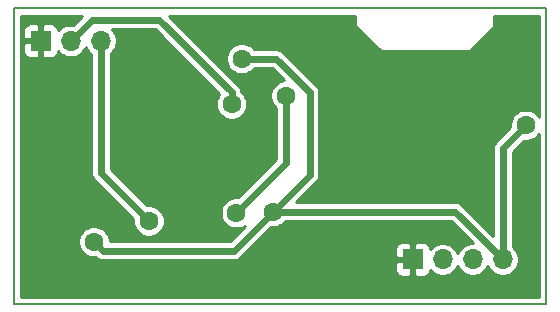
<source format=gbr>
%TF.GenerationSoftware,KiCad,Pcbnew,(5.1.6-0-10_14)*%
%TF.CreationDate,2021-08-08T16:08:56+02:00*%
%TF.ProjectId,doorbell,646f6f72-6265-46c6-9c2e-6b696361645f,rev?*%
%TF.SameCoordinates,PX791ddc0PY3ef1480*%
%TF.FileFunction,Copper,L2,Bot*%
%TF.FilePolarity,Positive*%
%FSLAX46Y46*%
G04 Gerber Fmt 4.6, Leading zero omitted, Abs format (unit mm)*
G04 Created by KiCad (PCBNEW (5.1.6-0-10_14)) date 2021-08-08 16:08:56*
%MOMM*%
%LPD*%
G01*
G04 APERTURE LIST*
%TA.AperFunction,Profile*%
%ADD10C,0.150000*%
%TD*%
%TA.AperFunction,ComponentPad*%
%ADD11R,1.700000X1.700000*%
%TD*%
%TA.AperFunction,ComponentPad*%
%ADD12O,1.700000X1.700000*%
%TD*%
%TA.AperFunction,ViaPad*%
%ADD13C,1.600000*%
%TD*%
%TA.AperFunction,Conductor*%
%ADD14C,0.600000*%
%TD*%
%TA.AperFunction,Conductor*%
%ADD15C,0.254000*%
%TD*%
G04 APERTURE END LIST*
D10*
X0Y0D02*
X0Y25000000D01*
X45000000Y0D02*
X0Y0D01*
X45000000Y25000000D02*
X45000000Y0D01*
X0Y25000000D02*
X45000000Y25000000D01*
D11*
%TO.P,J1,1*%
%TO.N,GND*%
X2250000Y22250000D03*
D12*
%TO.P,J1,2*%
%TO.N,/V+*%
X4790000Y22250000D03*
%TO.P,J1,3*%
%TO.N,VCC*%
X7330000Y22250000D03*
%TD*%
D11*
%TO.P,J2,1*%
%TO.N,GND*%
X33750000Y3750000D03*
D12*
%TO.P,J2,2*%
%TO.N,/Rx*%
X36290000Y3750000D03*
%TO.P,J2,3*%
%TO.N,/Tx*%
X38830000Y3750000D03*
%TO.P,J2,4*%
%TO.N,+3V3*%
X41370000Y3750000D03*
%TD*%
D13*
%TO.N,GND*%
X15900000Y9400000D03*
X23000000Y22500000D03*
X17600000Y13900000D03*
X2000000Y7500000D03*
%TO.N,VCC*%
X11400000Y7000000D03*
%TO.N,+3V3*%
X6750000Y5250000D03*
X21900000Y7800000D03*
X43300000Y15100000D03*
X19250014Y20750000D03*
%TO.N,/V+*%
X18400000Y16900000D03*
%TO.N,/Signal*%
X23000000Y17600000D03*
X18800000Y7700000D03*
%TD*%
D14*
%TO.N,VCC*%
X7330000Y22250000D02*
X7330000Y11070000D01*
X7330000Y11070000D02*
X11400000Y7000000D01*
%TO.N,+3V3*%
X18600000Y4500000D02*
X21900000Y7800000D01*
X7500000Y4500000D02*
X18600000Y4500000D01*
X6750000Y5250000D02*
X7500000Y4500000D01*
X41370000Y3750000D02*
X37320000Y7800000D01*
X37320000Y7800000D02*
X21900000Y7800000D01*
X41370000Y13170000D02*
X41370000Y3750000D01*
X43300000Y15100000D02*
X41370000Y13170000D01*
X21900000Y7800000D02*
X25000000Y10900000D01*
X22131370Y20750000D02*
X19250014Y20750000D01*
X25000000Y17881370D02*
X22131370Y20750000D01*
X25000000Y10900000D02*
X25000000Y17881370D01*
%TO.N,/V+*%
X6590000Y24050000D02*
X4790000Y22250000D01*
X18400000Y17900000D02*
X12250000Y24050000D01*
X12250000Y24050000D02*
X6590000Y24050000D01*
X18400000Y16900000D02*
X18400000Y17900000D01*
%TO.N,/Signal*%
X23000000Y17600000D02*
X23000000Y11900000D01*
X23000000Y11900000D02*
X18800000Y7700000D01*
%TD*%
D15*
%TO.N,GND*%
G36*
X4985530Y23615084D02*
G01*
X4925623Y23627000D01*
X4654377Y23627000D01*
X4388344Y23574083D01*
X4137746Y23470282D01*
X3912213Y23319586D01*
X3733997Y23141370D01*
X3725812Y23224482D01*
X3689502Y23344180D01*
X3630537Y23454494D01*
X3551185Y23551185D01*
X3454494Y23630537D01*
X3344180Y23689502D01*
X3224482Y23725812D01*
X3100000Y23738072D01*
X2535750Y23735000D01*
X2377000Y23576250D01*
X2377000Y22377000D01*
X2397000Y22377000D01*
X2397000Y22123000D01*
X2377000Y22123000D01*
X2377000Y20923750D01*
X2535750Y20765000D01*
X3100000Y20761928D01*
X3224482Y20774188D01*
X3344180Y20810498D01*
X3454494Y20869463D01*
X3551185Y20948815D01*
X3630537Y21045506D01*
X3689502Y21155820D01*
X3725812Y21275518D01*
X3733997Y21358630D01*
X3912213Y21180414D01*
X4137746Y21029718D01*
X4388344Y20925917D01*
X4654377Y20873000D01*
X4925623Y20873000D01*
X5191656Y20925917D01*
X5442254Y21029718D01*
X5667787Y21180414D01*
X5859586Y21372213D01*
X6010282Y21597746D01*
X6060000Y21717776D01*
X6109718Y21597746D01*
X6260414Y21372213D01*
X6452213Y21180414D01*
X6503000Y21146479D01*
X6503001Y11110624D01*
X6499000Y11070000D01*
X6514967Y10907880D01*
X6562256Y10751990D01*
X6639048Y10608321D01*
X6716498Y10513949D01*
X6742395Y10482394D01*
X6773948Y10456499D01*
X10077438Y7153008D01*
X10073000Y7130698D01*
X10073000Y6869302D01*
X10123996Y6612928D01*
X10224028Y6371430D01*
X10369252Y6154087D01*
X10554087Y5969252D01*
X10771430Y5824028D01*
X11012928Y5723996D01*
X11269302Y5673000D01*
X11530698Y5673000D01*
X11787072Y5723996D01*
X12028570Y5824028D01*
X12245913Y5969252D01*
X12430748Y6154087D01*
X12575972Y6371430D01*
X12676004Y6612928D01*
X12727000Y6869302D01*
X12727000Y7130698D01*
X12676004Y7387072D01*
X12575972Y7628570D01*
X12430748Y7845913D01*
X12245913Y8030748D01*
X12028570Y8175972D01*
X11787072Y8276004D01*
X11530698Y8327000D01*
X11269302Y8327000D01*
X11246992Y8322562D01*
X8157000Y11412553D01*
X8157000Y21146479D01*
X8207787Y21180414D01*
X8399586Y21372213D01*
X8550282Y21597746D01*
X8654083Y21848344D01*
X8707000Y22114377D01*
X8707000Y22385623D01*
X8654083Y22651656D01*
X8550282Y22902254D01*
X8399586Y23127787D01*
X8304373Y23223000D01*
X11907447Y23223000D01*
X17376892Y17753553D01*
X17369252Y17745913D01*
X17224028Y17528570D01*
X17123996Y17287072D01*
X17073000Y17030698D01*
X17073000Y16769302D01*
X17123996Y16512928D01*
X17224028Y16271430D01*
X17369252Y16054087D01*
X17554087Y15869252D01*
X17771430Y15724028D01*
X18012928Y15623996D01*
X18269302Y15573000D01*
X18530698Y15573000D01*
X18787072Y15623996D01*
X19028570Y15724028D01*
X19245913Y15869252D01*
X19430748Y16054087D01*
X19575972Y16271430D01*
X19676004Y16512928D01*
X19727000Y16769302D01*
X19727000Y17030698D01*
X19676004Y17287072D01*
X19575972Y17528570D01*
X19430748Y17745913D01*
X19245913Y17930748D01*
X19226709Y17943580D01*
X19215034Y18062120D01*
X19167745Y18218010D01*
X19090952Y18361679D01*
X19090951Y18361681D01*
X19013502Y18456053D01*
X19013496Y18456059D01*
X18987606Y18487606D01*
X18956059Y18513496D01*
X13071553Y24398000D01*
X28873000Y24398000D01*
X28873000Y23500000D01*
X28876081Y23472194D01*
X28883887Y23448553D01*
X28896155Y23426889D01*
X28912414Y23408034D01*
X31012414Y21408034D01*
X31029443Y21394403D01*
X31051399Y21382667D01*
X31075224Y21375440D01*
X31100000Y21373000D01*
X38500000Y21373000D01*
X38524776Y21375440D01*
X38548601Y21382667D01*
X38570557Y21394403D01*
X38589803Y21410197D01*
X40589803Y23410197D01*
X40605597Y23429443D01*
X40617333Y23451399D01*
X40624560Y23475224D01*
X40627000Y23500000D01*
X40627000Y24398000D01*
X44398000Y24398000D01*
X44398000Y15845263D01*
X44330748Y15945913D01*
X44145913Y16130748D01*
X43928570Y16275972D01*
X43687072Y16376004D01*
X43430698Y16427000D01*
X43169302Y16427000D01*
X42912928Y16376004D01*
X42671430Y16275972D01*
X42454087Y16130748D01*
X42269252Y15945913D01*
X42124028Y15728570D01*
X42023996Y15487072D01*
X41973000Y15230698D01*
X41973000Y14969302D01*
X41977438Y14946991D01*
X40813952Y13783505D01*
X40782394Y13757606D01*
X40756498Y13726051D01*
X40679048Y13631679D01*
X40638002Y13554886D01*
X40602255Y13488009D01*
X40554966Y13332119D01*
X40543000Y13210623D01*
X40543000Y13210614D01*
X40539000Y13170000D01*
X40543000Y13129386D01*
X40543001Y5746553D01*
X37933505Y8356048D01*
X37907606Y8387606D01*
X37781679Y8490952D01*
X37638010Y8567745D01*
X37482120Y8615034D01*
X37360624Y8627000D01*
X37360614Y8627000D01*
X37320000Y8631000D01*
X37279386Y8627000D01*
X23896553Y8627000D01*
X25556054Y10286500D01*
X25587606Y10312394D01*
X25642308Y10379048D01*
X25690952Y10438320D01*
X25767744Y10581989D01*
X25767745Y10581990D01*
X25815034Y10737880D01*
X25827000Y10859376D01*
X25827000Y10859385D01*
X25831000Y10899999D01*
X25827000Y10940613D01*
X25827000Y17840760D01*
X25831000Y17881371D01*
X25827000Y17921982D01*
X25827000Y17921994D01*
X25815034Y18043490D01*
X25767745Y18199380D01*
X25690952Y18343049D01*
X25690951Y18343051D01*
X25613502Y18437423D01*
X25613496Y18437429D01*
X25587606Y18468976D01*
X25556059Y18494866D01*
X22744875Y21306048D01*
X22718976Y21337606D01*
X22593049Y21440952D01*
X22449380Y21517745D01*
X22293490Y21565034D01*
X22171994Y21577000D01*
X22171984Y21577000D01*
X22131370Y21581000D01*
X22090756Y21577000D01*
X20293399Y21577000D01*
X20280762Y21595913D01*
X20095927Y21780748D01*
X19878584Y21925972D01*
X19637086Y22026004D01*
X19380712Y22077000D01*
X19119316Y22077000D01*
X18862942Y22026004D01*
X18621444Y21925972D01*
X18404101Y21780748D01*
X18219266Y21595913D01*
X18074042Y21378570D01*
X17974010Y21137072D01*
X17923014Y20880698D01*
X17923014Y20619302D01*
X17974010Y20362928D01*
X18074042Y20121430D01*
X18219266Y19904087D01*
X18404101Y19719252D01*
X18621444Y19574028D01*
X18862942Y19473996D01*
X19119316Y19423000D01*
X19380712Y19423000D01*
X19637086Y19473996D01*
X19878584Y19574028D01*
X20095927Y19719252D01*
X20280762Y19904087D01*
X20293399Y19923000D01*
X21788817Y19923000D01*
X22798833Y18912983D01*
X22612928Y18876004D01*
X22371430Y18775972D01*
X22154087Y18630748D01*
X21969252Y18445913D01*
X21824028Y18228570D01*
X21723996Y17987072D01*
X21673000Y17730698D01*
X21673000Y17469302D01*
X21723996Y17212928D01*
X21824028Y16971430D01*
X21969252Y16754087D01*
X22154087Y16569252D01*
X22173000Y16556615D01*
X22173001Y12242555D01*
X18953009Y9022562D01*
X18930698Y9027000D01*
X18669302Y9027000D01*
X18412928Y8976004D01*
X18171430Y8875972D01*
X17954087Y8730748D01*
X17769252Y8545913D01*
X17624028Y8328570D01*
X17523996Y8087072D01*
X17473000Y7830698D01*
X17473000Y7569302D01*
X17523996Y7312928D01*
X17624028Y7071430D01*
X17769252Y6854087D01*
X17954087Y6669252D01*
X18171430Y6524028D01*
X18412928Y6423996D01*
X18669302Y6373000D01*
X18930698Y6373000D01*
X19187072Y6423996D01*
X19428570Y6524028D01*
X19506638Y6576191D01*
X18257447Y5327000D01*
X8077000Y5327000D01*
X8077000Y5380698D01*
X8026004Y5637072D01*
X7925972Y5878570D01*
X7780748Y6095913D01*
X7595913Y6280748D01*
X7378570Y6425972D01*
X7137072Y6526004D01*
X6880698Y6577000D01*
X6619302Y6577000D01*
X6362928Y6526004D01*
X6121430Y6425972D01*
X5904087Y6280748D01*
X5719252Y6095913D01*
X5574028Y5878570D01*
X5473996Y5637072D01*
X5423000Y5380698D01*
X5423000Y5119302D01*
X5473996Y4862928D01*
X5574028Y4621430D01*
X5719252Y4404087D01*
X5904087Y4219252D01*
X6121430Y4074028D01*
X6362928Y3973996D01*
X6619302Y3923000D01*
X6880698Y3923000D01*
X6900463Y3926932D01*
X6912394Y3912394D01*
X6943947Y3886499D01*
X6943948Y3886498D01*
X7038319Y3809048D01*
X7138407Y3755550D01*
X7181990Y3732255D01*
X7337880Y3684966D01*
X7459376Y3673000D01*
X7459385Y3673000D01*
X7499999Y3669000D01*
X7540613Y3673000D01*
X18559386Y3673000D01*
X18600000Y3669000D01*
X18640614Y3673000D01*
X18640624Y3673000D01*
X18762120Y3684966D01*
X18918010Y3732255D01*
X19061679Y3809048D01*
X19187606Y3912394D01*
X19213505Y3943952D01*
X19869553Y4600000D01*
X32261928Y4600000D01*
X32265000Y4035750D01*
X32423750Y3877000D01*
X33623000Y3877000D01*
X33623000Y5076250D01*
X33464250Y5235000D01*
X32900000Y5238072D01*
X32775518Y5225812D01*
X32655820Y5189502D01*
X32545506Y5130537D01*
X32448815Y5051185D01*
X32369463Y4954494D01*
X32310498Y4844180D01*
X32274188Y4724482D01*
X32261928Y4600000D01*
X19869553Y4600000D01*
X21746992Y6477438D01*
X21769302Y6473000D01*
X22030698Y6473000D01*
X22287072Y6523996D01*
X22528570Y6624028D01*
X22745913Y6769252D01*
X22930748Y6954087D01*
X22943385Y6973000D01*
X36977447Y6973000D01*
X38823446Y5127000D01*
X38694377Y5127000D01*
X38428344Y5074083D01*
X38177746Y4970282D01*
X37952213Y4819586D01*
X37760414Y4627787D01*
X37609718Y4402254D01*
X37560000Y4282224D01*
X37510282Y4402254D01*
X37359586Y4627787D01*
X37167787Y4819586D01*
X36942254Y4970282D01*
X36691656Y5074083D01*
X36425623Y5127000D01*
X36154377Y5127000D01*
X35888344Y5074083D01*
X35637746Y4970282D01*
X35412213Y4819586D01*
X35233997Y4641370D01*
X35225812Y4724482D01*
X35189502Y4844180D01*
X35130537Y4954494D01*
X35051185Y5051185D01*
X34954494Y5130537D01*
X34844180Y5189502D01*
X34724482Y5225812D01*
X34600000Y5238072D01*
X34035750Y5235000D01*
X33877000Y5076250D01*
X33877000Y3877000D01*
X33897000Y3877000D01*
X33897000Y3623000D01*
X33877000Y3623000D01*
X33877000Y2423750D01*
X34035750Y2265000D01*
X34600000Y2261928D01*
X34724482Y2274188D01*
X34844180Y2310498D01*
X34954494Y2369463D01*
X35051185Y2448815D01*
X35130537Y2545506D01*
X35189502Y2655820D01*
X35225812Y2775518D01*
X35233997Y2858630D01*
X35412213Y2680414D01*
X35637746Y2529718D01*
X35888344Y2425917D01*
X36154377Y2373000D01*
X36425623Y2373000D01*
X36691656Y2425917D01*
X36942254Y2529718D01*
X37167787Y2680414D01*
X37359586Y2872213D01*
X37510282Y3097746D01*
X37560000Y3217776D01*
X37609718Y3097746D01*
X37760414Y2872213D01*
X37952213Y2680414D01*
X38177746Y2529718D01*
X38428344Y2425917D01*
X38694377Y2373000D01*
X38965623Y2373000D01*
X39231656Y2425917D01*
X39482254Y2529718D01*
X39707787Y2680414D01*
X39899586Y2872213D01*
X40050282Y3097746D01*
X40100000Y3217776D01*
X40149718Y3097746D01*
X40300414Y2872213D01*
X40492213Y2680414D01*
X40717746Y2529718D01*
X40968344Y2425917D01*
X41234377Y2373000D01*
X41505623Y2373000D01*
X41771656Y2425917D01*
X42022254Y2529718D01*
X42247787Y2680414D01*
X42439586Y2872213D01*
X42590282Y3097746D01*
X42694083Y3348344D01*
X42747000Y3614377D01*
X42747000Y3885623D01*
X42694083Y4151656D01*
X42590282Y4402254D01*
X42439586Y4627787D01*
X42247787Y4819586D01*
X42197000Y4853521D01*
X42197000Y12827447D01*
X43146991Y13777438D01*
X43169302Y13773000D01*
X43430698Y13773000D01*
X43687072Y13823996D01*
X43928570Y13924028D01*
X44145913Y14069252D01*
X44330748Y14254087D01*
X44398000Y14354737D01*
X44398001Y602000D01*
X602000Y602000D01*
X602000Y2900000D01*
X32261928Y2900000D01*
X32274188Y2775518D01*
X32310498Y2655820D01*
X32369463Y2545506D01*
X32448815Y2448815D01*
X32545506Y2369463D01*
X32655820Y2310498D01*
X32775518Y2274188D01*
X32900000Y2261928D01*
X33464250Y2265000D01*
X33623000Y2423750D01*
X33623000Y3623000D01*
X32423750Y3623000D01*
X32265000Y3464250D01*
X32261928Y2900000D01*
X602000Y2900000D01*
X602000Y21400000D01*
X761928Y21400000D01*
X774188Y21275518D01*
X810498Y21155820D01*
X869463Y21045506D01*
X948815Y20948815D01*
X1045506Y20869463D01*
X1155820Y20810498D01*
X1275518Y20774188D01*
X1400000Y20761928D01*
X1964250Y20765000D01*
X2123000Y20923750D01*
X2123000Y22123000D01*
X923750Y22123000D01*
X765000Y21964250D01*
X761928Y21400000D01*
X602000Y21400000D01*
X602000Y23100000D01*
X761928Y23100000D01*
X765000Y22535750D01*
X923750Y22377000D01*
X2123000Y22377000D01*
X2123000Y23576250D01*
X1964250Y23735000D01*
X1400000Y23738072D01*
X1275518Y23725812D01*
X1155820Y23689502D01*
X1045506Y23630537D01*
X948815Y23551185D01*
X869463Y23454494D01*
X810498Y23344180D01*
X774188Y23224482D01*
X761928Y23100000D01*
X602000Y23100000D01*
X602000Y24398000D01*
X5768445Y24398000D01*
X4985530Y23615084D01*
G37*
X4985530Y23615084D02*
X4925623Y23627000D01*
X4654377Y23627000D01*
X4388344Y23574083D01*
X4137746Y23470282D01*
X3912213Y23319586D01*
X3733997Y23141370D01*
X3725812Y23224482D01*
X3689502Y23344180D01*
X3630537Y23454494D01*
X3551185Y23551185D01*
X3454494Y23630537D01*
X3344180Y23689502D01*
X3224482Y23725812D01*
X3100000Y23738072D01*
X2535750Y23735000D01*
X2377000Y23576250D01*
X2377000Y22377000D01*
X2397000Y22377000D01*
X2397000Y22123000D01*
X2377000Y22123000D01*
X2377000Y20923750D01*
X2535750Y20765000D01*
X3100000Y20761928D01*
X3224482Y20774188D01*
X3344180Y20810498D01*
X3454494Y20869463D01*
X3551185Y20948815D01*
X3630537Y21045506D01*
X3689502Y21155820D01*
X3725812Y21275518D01*
X3733997Y21358630D01*
X3912213Y21180414D01*
X4137746Y21029718D01*
X4388344Y20925917D01*
X4654377Y20873000D01*
X4925623Y20873000D01*
X5191656Y20925917D01*
X5442254Y21029718D01*
X5667787Y21180414D01*
X5859586Y21372213D01*
X6010282Y21597746D01*
X6060000Y21717776D01*
X6109718Y21597746D01*
X6260414Y21372213D01*
X6452213Y21180414D01*
X6503000Y21146479D01*
X6503001Y11110624D01*
X6499000Y11070000D01*
X6514967Y10907880D01*
X6562256Y10751990D01*
X6639048Y10608321D01*
X6716498Y10513949D01*
X6742395Y10482394D01*
X6773948Y10456499D01*
X10077438Y7153008D01*
X10073000Y7130698D01*
X10073000Y6869302D01*
X10123996Y6612928D01*
X10224028Y6371430D01*
X10369252Y6154087D01*
X10554087Y5969252D01*
X10771430Y5824028D01*
X11012928Y5723996D01*
X11269302Y5673000D01*
X11530698Y5673000D01*
X11787072Y5723996D01*
X12028570Y5824028D01*
X12245913Y5969252D01*
X12430748Y6154087D01*
X12575972Y6371430D01*
X12676004Y6612928D01*
X12727000Y6869302D01*
X12727000Y7130698D01*
X12676004Y7387072D01*
X12575972Y7628570D01*
X12430748Y7845913D01*
X12245913Y8030748D01*
X12028570Y8175972D01*
X11787072Y8276004D01*
X11530698Y8327000D01*
X11269302Y8327000D01*
X11246992Y8322562D01*
X8157000Y11412553D01*
X8157000Y21146479D01*
X8207787Y21180414D01*
X8399586Y21372213D01*
X8550282Y21597746D01*
X8654083Y21848344D01*
X8707000Y22114377D01*
X8707000Y22385623D01*
X8654083Y22651656D01*
X8550282Y22902254D01*
X8399586Y23127787D01*
X8304373Y23223000D01*
X11907447Y23223000D01*
X17376892Y17753553D01*
X17369252Y17745913D01*
X17224028Y17528570D01*
X17123996Y17287072D01*
X17073000Y17030698D01*
X17073000Y16769302D01*
X17123996Y16512928D01*
X17224028Y16271430D01*
X17369252Y16054087D01*
X17554087Y15869252D01*
X17771430Y15724028D01*
X18012928Y15623996D01*
X18269302Y15573000D01*
X18530698Y15573000D01*
X18787072Y15623996D01*
X19028570Y15724028D01*
X19245913Y15869252D01*
X19430748Y16054087D01*
X19575972Y16271430D01*
X19676004Y16512928D01*
X19727000Y16769302D01*
X19727000Y17030698D01*
X19676004Y17287072D01*
X19575972Y17528570D01*
X19430748Y17745913D01*
X19245913Y17930748D01*
X19226709Y17943580D01*
X19215034Y18062120D01*
X19167745Y18218010D01*
X19090952Y18361679D01*
X19090951Y18361681D01*
X19013502Y18456053D01*
X19013496Y18456059D01*
X18987606Y18487606D01*
X18956059Y18513496D01*
X13071553Y24398000D01*
X28873000Y24398000D01*
X28873000Y23500000D01*
X28876081Y23472194D01*
X28883887Y23448553D01*
X28896155Y23426889D01*
X28912414Y23408034D01*
X31012414Y21408034D01*
X31029443Y21394403D01*
X31051399Y21382667D01*
X31075224Y21375440D01*
X31100000Y21373000D01*
X38500000Y21373000D01*
X38524776Y21375440D01*
X38548601Y21382667D01*
X38570557Y21394403D01*
X38589803Y21410197D01*
X40589803Y23410197D01*
X40605597Y23429443D01*
X40617333Y23451399D01*
X40624560Y23475224D01*
X40627000Y23500000D01*
X40627000Y24398000D01*
X44398000Y24398000D01*
X44398000Y15845263D01*
X44330748Y15945913D01*
X44145913Y16130748D01*
X43928570Y16275972D01*
X43687072Y16376004D01*
X43430698Y16427000D01*
X43169302Y16427000D01*
X42912928Y16376004D01*
X42671430Y16275972D01*
X42454087Y16130748D01*
X42269252Y15945913D01*
X42124028Y15728570D01*
X42023996Y15487072D01*
X41973000Y15230698D01*
X41973000Y14969302D01*
X41977438Y14946991D01*
X40813952Y13783505D01*
X40782394Y13757606D01*
X40756498Y13726051D01*
X40679048Y13631679D01*
X40638002Y13554886D01*
X40602255Y13488009D01*
X40554966Y13332119D01*
X40543000Y13210623D01*
X40543000Y13210614D01*
X40539000Y13170000D01*
X40543000Y13129386D01*
X40543001Y5746553D01*
X37933505Y8356048D01*
X37907606Y8387606D01*
X37781679Y8490952D01*
X37638010Y8567745D01*
X37482120Y8615034D01*
X37360624Y8627000D01*
X37360614Y8627000D01*
X37320000Y8631000D01*
X37279386Y8627000D01*
X23896553Y8627000D01*
X25556054Y10286500D01*
X25587606Y10312394D01*
X25642308Y10379048D01*
X25690952Y10438320D01*
X25767744Y10581989D01*
X25767745Y10581990D01*
X25815034Y10737880D01*
X25827000Y10859376D01*
X25827000Y10859385D01*
X25831000Y10899999D01*
X25827000Y10940613D01*
X25827000Y17840760D01*
X25831000Y17881371D01*
X25827000Y17921982D01*
X25827000Y17921994D01*
X25815034Y18043490D01*
X25767745Y18199380D01*
X25690952Y18343049D01*
X25690951Y18343051D01*
X25613502Y18437423D01*
X25613496Y18437429D01*
X25587606Y18468976D01*
X25556059Y18494866D01*
X22744875Y21306048D01*
X22718976Y21337606D01*
X22593049Y21440952D01*
X22449380Y21517745D01*
X22293490Y21565034D01*
X22171994Y21577000D01*
X22171984Y21577000D01*
X22131370Y21581000D01*
X22090756Y21577000D01*
X20293399Y21577000D01*
X20280762Y21595913D01*
X20095927Y21780748D01*
X19878584Y21925972D01*
X19637086Y22026004D01*
X19380712Y22077000D01*
X19119316Y22077000D01*
X18862942Y22026004D01*
X18621444Y21925972D01*
X18404101Y21780748D01*
X18219266Y21595913D01*
X18074042Y21378570D01*
X17974010Y21137072D01*
X17923014Y20880698D01*
X17923014Y20619302D01*
X17974010Y20362928D01*
X18074042Y20121430D01*
X18219266Y19904087D01*
X18404101Y19719252D01*
X18621444Y19574028D01*
X18862942Y19473996D01*
X19119316Y19423000D01*
X19380712Y19423000D01*
X19637086Y19473996D01*
X19878584Y19574028D01*
X20095927Y19719252D01*
X20280762Y19904087D01*
X20293399Y19923000D01*
X21788817Y19923000D01*
X22798833Y18912983D01*
X22612928Y18876004D01*
X22371430Y18775972D01*
X22154087Y18630748D01*
X21969252Y18445913D01*
X21824028Y18228570D01*
X21723996Y17987072D01*
X21673000Y17730698D01*
X21673000Y17469302D01*
X21723996Y17212928D01*
X21824028Y16971430D01*
X21969252Y16754087D01*
X22154087Y16569252D01*
X22173000Y16556615D01*
X22173001Y12242555D01*
X18953009Y9022562D01*
X18930698Y9027000D01*
X18669302Y9027000D01*
X18412928Y8976004D01*
X18171430Y8875972D01*
X17954087Y8730748D01*
X17769252Y8545913D01*
X17624028Y8328570D01*
X17523996Y8087072D01*
X17473000Y7830698D01*
X17473000Y7569302D01*
X17523996Y7312928D01*
X17624028Y7071430D01*
X17769252Y6854087D01*
X17954087Y6669252D01*
X18171430Y6524028D01*
X18412928Y6423996D01*
X18669302Y6373000D01*
X18930698Y6373000D01*
X19187072Y6423996D01*
X19428570Y6524028D01*
X19506638Y6576191D01*
X18257447Y5327000D01*
X8077000Y5327000D01*
X8077000Y5380698D01*
X8026004Y5637072D01*
X7925972Y5878570D01*
X7780748Y6095913D01*
X7595913Y6280748D01*
X7378570Y6425972D01*
X7137072Y6526004D01*
X6880698Y6577000D01*
X6619302Y6577000D01*
X6362928Y6526004D01*
X6121430Y6425972D01*
X5904087Y6280748D01*
X5719252Y6095913D01*
X5574028Y5878570D01*
X5473996Y5637072D01*
X5423000Y5380698D01*
X5423000Y5119302D01*
X5473996Y4862928D01*
X5574028Y4621430D01*
X5719252Y4404087D01*
X5904087Y4219252D01*
X6121430Y4074028D01*
X6362928Y3973996D01*
X6619302Y3923000D01*
X6880698Y3923000D01*
X6900463Y3926932D01*
X6912394Y3912394D01*
X6943947Y3886499D01*
X6943948Y3886498D01*
X7038319Y3809048D01*
X7138407Y3755550D01*
X7181990Y3732255D01*
X7337880Y3684966D01*
X7459376Y3673000D01*
X7459385Y3673000D01*
X7499999Y3669000D01*
X7540613Y3673000D01*
X18559386Y3673000D01*
X18600000Y3669000D01*
X18640614Y3673000D01*
X18640624Y3673000D01*
X18762120Y3684966D01*
X18918010Y3732255D01*
X19061679Y3809048D01*
X19187606Y3912394D01*
X19213505Y3943952D01*
X19869553Y4600000D01*
X32261928Y4600000D01*
X32265000Y4035750D01*
X32423750Y3877000D01*
X33623000Y3877000D01*
X33623000Y5076250D01*
X33464250Y5235000D01*
X32900000Y5238072D01*
X32775518Y5225812D01*
X32655820Y5189502D01*
X32545506Y5130537D01*
X32448815Y5051185D01*
X32369463Y4954494D01*
X32310498Y4844180D01*
X32274188Y4724482D01*
X32261928Y4600000D01*
X19869553Y4600000D01*
X21746992Y6477438D01*
X21769302Y6473000D01*
X22030698Y6473000D01*
X22287072Y6523996D01*
X22528570Y6624028D01*
X22745913Y6769252D01*
X22930748Y6954087D01*
X22943385Y6973000D01*
X36977447Y6973000D01*
X38823446Y5127000D01*
X38694377Y5127000D01*
X38428344Y5074083D01*
X38177746Y4970282D01*
X37952213Y4819586D01*
X37760414Y4627787D01*
X37609718Y4402254D01*
X37560000Y4282224D01*
X37510282Y4402254D01*
X37359586Y4627787D01*
X37167787Y4819586D01*
X36942254Y4970282D01*
X36691656Y5074083D01*
X36425623Y5127000D01*
X36154377Y5127000D01*
X35888344Y5074083D01*
X35637746Y4970282D01*
X35412213Y4819586D01*
X35233997Y4641370D01*
X35225812Y4724482D01*
X35189502Y4844180D01*
X35130537Y4954494D01*
X35051185Y5051185D01*
X34954494Y5130537D01*
X34844180Y5189502D01*
X34724482Y5225812D01*
X34600000Y5238072D01*
X34035750Y5235000D01*
X33877000Y5076250D01*
X33877000Y3877000D01*
X33897000Y3877000D01*
X33897000Y3623000D01*
X33877000Y3623000D01*
X33877000Y2423750D01*
X34035750Y2265000D01*
X34600000Y2261928D01*
X34724482Y2274188D01*
X34844180Y2310498D01*
X34954494Y2369463D01*
X35051185Y2448815D01*
X35130537Y2545506D01*
X35189502Y2655820D01*
X35225812Y2775518D01*
X35233997Y2858630D01*
X35412213Y2680414D01*
X35637746Y2529718D01*
X35888344Y2425917D01*
X36154377Y2373000D01*
X36425623Y2373000D01*
X36691656Y2425917D01*
X36942254Y2529718D01*
X37167787Y2680414D01*
X37359586Y2872213D01*
X37510282Y3097746D01*
X37560000Y3217776D01*
X37609718Y3097746D01*
X37760414Y2872213D01*
X37952213Y2680414D01*
X38177746Y2529718D01*
X38428344Y2425917D01*
X38694377Y2373000D01*
X38965623Y2373000D01*
X39231656Y2425917D01*
X39482254Y2529718D01*
X39707787Y2680414D01*
X39899586Y2872213D01*
X40050282Y3097746D01*
X40100000Y3217776D01*
X40149718Y3097746D01*
X40300414Y2872213D01*
X40492213Y2680414D01*
X40717746Y2529718D01*
X40968344Y2425917D01*
X41234377Y2373000D01*
X41505623Y2373000D01*
X41771656Y2425917D01*
X42022254Y2529718D01*
X42247787Y2680414D01*
X42439586Y2872213D01*
X42590282Y3097746D01*
X42694083Y3348344D01*
X42747000Y3614377D01*
X42747000Y3885623D01*
X42694083Y4151656D01*
X42590282Y4402254D01*
X42439586Y4627787D01*
X42247787Y4819586D01*
X42197000Y4853521D01*
X42197000Y12827447D01*
X43146991Y13777438D01*
X43169302Y13773000D01*
X43430698Y13773000D01*
X43687072Y13823996D01*
X43928570Y13924028D01*
X44145913Y14069252D01*
X44330748Y14254087D01*
X44398000Y14354737D01*
X44398001Y602000D01*
X602000Y602000D01*
X602000Y2900000D01*
X32261928Y2900000D01*
X32274188Y2775518D01*
X32310498Y2655820D01*
X32369463Y2545506D01*
X32448815Y2448815D01*
X32545506Y2369463D01*
X32655820Y2310498D01*
X32775518Y2274188D01*
X32900000Y2261928D01*
X33464250Y2265000D01*
X33623000Y2423750D01*
X33623000Y3623000D01*
X32423750Y3623000D01*
X32265000Y3464250D01*
X32261928Y2900000D01*
X602000Y2900000D01*
X602000Y21400000D01*
X761928Y21400000D01*
X774188Y21275518D01*
X810498Y21155820D01*
X869463Y21045506D01*
X948815Y20948815D01*
X1045506Y20869463D01*
X1155820Y20810498D01*
X1275518Y20774188D01*
X1400000Y20761928D01*
X1964250Y20765000D01*
X2123000Y20923750D01*
X2123000Y22123000D01*
X923750Y22123000D01*
X765000Y21964250D01*
X761928Y21400000D01*
X602000Y21400000D01*
X602000Y23100000D01*
X761928Y23100000D01*
X765000Y22535750D01*
X923750Y22377000D01*
X2123000Y22377000D01*
X2123000Y23576250D01*
X1964250Y23735000D01*
X1400000Y23738072D01*
X1275518Y23725812D01*
X1155820Y23689502D01*
X1045506Y23630537D01*
X948815Y23551185D01*
X869463Y23454494D01*
X810498Y23344180D01*
X774188Y23224482D01*
X761928Y23100000D01*
X602000Y23100000D01*
X602000Y24398000D01*
X5768445Y24398000D01*
X4985530Y23615084D01*
%TD*%
M02*

</source>
